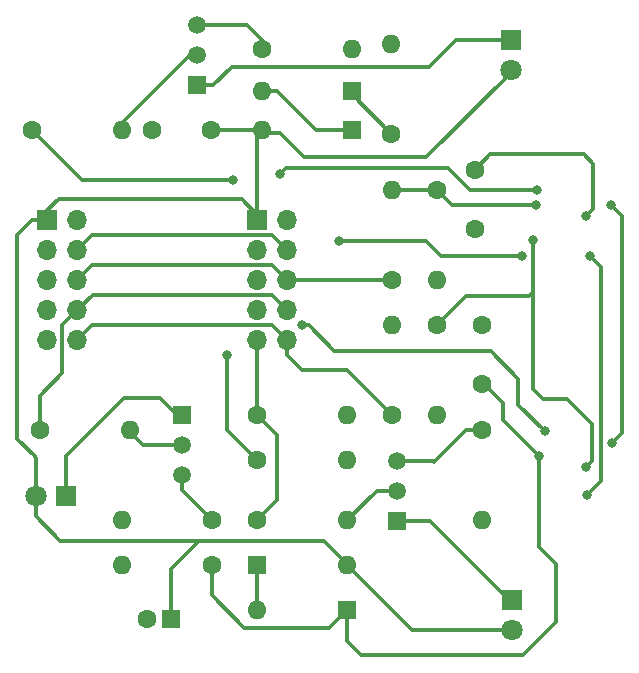
<source format=gbr>
%TF.GenerationSoftware,KiCad,Pcbnew,(6.0.2)*%
%TF.CreationDate,2022-06-24T04:05:14-05:00*%
%TF.ProjectId,ExtCard,45787443-6172-4642-9e6b-696361645f70,rev?*%
%TF.SameCoordinates,Original*%
%TF.FileFunction,Copper,L2,Bot*%
%TF.FilePolarity,Positive*%
%FSLAX46Y46*%
G04 Gerber Fmt 4.6, Leading zero omitted, Abs format (unit mm)*
G04 Created by KiCad (PCBNEW (6.0.2)) date 2022-06-24 04:05:14*
%MOMM*%
%LPD*%
G01*
G04 APERTURE LIST*
%TA.AperFunction,ComponentPad*%
%ADD10R,1.600000X1.600000*%
%TD*%
%TA.AperFunction,ComponentPad*%
%ADD11O,1.600000X1.600000*%
%TD*%
%TA.AperFunction,ComponentPad*%
%ADD12C,1.600000*%
%TD*%
%TA.AperFunction,ComponentPad*%
%ADD13R,1.500000X1.500000*%
%TD*%
%TA.AperFunction,ComponentPad*%
%ADD14C,1.500000*%
%TD*%
%TA.AperFunction,ComponentPad*%
%ADD15C,1.800000*%
%TD*%
%TA.AperFunction,ComponentPad*%
%ADD16R,1.800000X1.800000*%
%TD*%
%TA.AperFunction,ComponentPad*%
%ADD17R,1.700000X1.700000*%
%TD*%
%TA.AperFunction,ComponentPad*%
%ADD18O,1.700000X1.700000*%
%TD*%
%TA.AperFunction,ViaPad*%
%ADD19C,0.800000*%
%TD*%
%TA.AperFunction,Conductor*%
%ADD20C,0.350000*%
%TD*%
G04 APERTURE END LIST*
D10*
%TO.P,D6,1,K*%
%TO.N,Net-(D4-Pad2)*%
X89570000Y-132770000D03*
D11*
%TO.P,D6,2,A*%
%TO.N,+5V*%
X97190000Y-132770000D03*
%TD*%
D12*
%TO.P,R2,1*%
%TO.N,CS*%
X89570000Y-128960000D03*
D11*
%TO.P,R2,2*%
%TO.N,Net-(Q1-Pad2)*%
X97190000Y-128960000D03*
%TD*%
D12*
%TO.P,R21,1*%
%TO.N,SCK*%
X101000000Y-120070000D03*
D11*
%TO.P,R21,2*%
%TO.N,Net-(R21-Pad2)*%
X101000000Y-112450000D03*
%TD*%
D10*
%TO.P,D9,1,K*%
%TO.N,Net-(D8-Pad2)*%
X97580000Y-95896000D03*
D11*
%TO.P,D9,2,A*%
%TO.N,+5V*%
X89960000Y-95896000D03*
%TD*%
D13*
%TO.P,Q2,1,E*%
%TO.N,Net-(Q2-Pad1)*%
X83220000Y-120070000D03*
D14*
%TO.P,Q2,2,B*%
%TO.N,Net-(Q2-Pad2)*%
X83220000Y-122610000D03*
%TO.P,Q2,3,C*%
%TO.N,Net-(Q2-Pad3)*%
X83220000Y-125150000D03*
%TD*%
D10*
%TO.P,D4,1,K*%
%TO.N,Net-(C6-Pad2)*%
X97190000Y-136580000D03*
D11*
%TO.P,D4,2,A*%
%TO.N,Net-(D4-Pad2)*%
X89570000Y-136580000D03*
%TD*%
D12*
%TO.P,R31,1*%
%TO.N,Net-(C6-Pad2)*%
X85760000Y-132770000D03*
D11*
%TO.P,R31,2*%
%TO.N,GND*%
X78140000Y-132770000D03*
%TD*%
D15*
%TO.P,D5,2,A*%
%TO.N,+5V*%
X111020000Y-90830000D03*
D16*
%TO.P,D5,1,K*%
%TO.N,Net-(D5-Pad1)*%
X111020000Y-88290000D03*
%TD*%
D10*
%TO.P,C17,1*%
%TO.N,+5V*%
X82225112Y-137310000D03*
D12*
%TO.P,C17,2*%
%TO.N,GND*%
X80225112Y-137310000D03*
%TD*%
D13*
%TO.P,Q1,1,E*%
%TO.N,Net-(Q1-Pad1)*%
X101420000Y-129010000D03*
D14*
%TO.P,Q1,2,B*%
%TO.N,Net-(Q1-Pad2)*%
X101420000Y-126470000D03*
%TO.P,Q1,3,C*%
%TO.N,Net-(Q1-Pad3)*%
X101420000Y-123930000D03*
%TD*%
D17*
%TO.P,J3,1,Pin_1*%
%TO.N,+5V*%
X89570000Y-103560000D03*
D18*
%TO.P,J3,2,Pin_2*%
%TO.N,unconnected-(J3-Pad2)*%
X92110000Y-103560000D03*
%TO.P,J3,3,Pin_3*%
%TO.N,GND*%
X89570000Y-106100000D03*
%TO.P,J3,4,Pin_4*%
%TO.N,MISO*%
X92110000Y-106100000D03*
%TO.P,J3,5,Pin_5*%
%TO.N,unconnected-(J3-Pad5)*%
X89570000Y-108640000D03*
%TO.P,J3,6,Pin_6*%
%TO.N,MOSI*%
X92110000Y-108640000D03*
%TO.P,J3,7,Pin_7*%
%TO.N,CS2*%
X89570000Y-111180000D03*
%TO.P,J3,8,Pin_8*%
%TO.N,CS3*%
X92110000Y-111180000D03*
%TO.P,J3,9,Pin_9*%
%TO.N,CS*%
X89570000Y-113720000D03*
%TO.P,J3,10,Pin_10*%
%TO.N,SCK*%
X92110000Y-113720000D03*
%TD*%
D12*
%TO.P,R25,1*%
%TO.N,Net-(R24-Pad2)*%
X104810000Y-101020000D03*
D11*
%TO.P,R25,2*%
%TO.N,GND*%
X104810000Y-108640000D03*
%TD*%
D12*
%TO.P,R1,1*%
%TO.N,CS*%
X89570000Y-120070000D03*
D11*
%TO.P,R1,2*%
%TO.N,GND*%
X97190000Y-120070000D03*
%TD*%
D13*
%TO.P,Q3,1,E*%
%TO.N,Net-(D5-Pad1)*%
X84490000Y-92130000D03*
D14*
%TO.P,Q3,2,B*%
%TO.N,Net-(Q3-Pad2)*%
X84490000Y-89590000D03*
%TO.P,Q3,3,C*%
%TO.N,Net-(Q3-Pad3)*%
X84490000Y-87050000D03*
%TD*%
D12*
%TO.P,C7,1*%
%TO.N,GND*%
X108010000Y-104290000D03*
%TO.P,C7,2*%
%TO.N,Net-(C7-Pad2)*%
X108010000Y-99290000D03*
%TD*%
%TO.P,R5,1*%
%TO.N,CS2*%
X70520000Y-95940000D03*
D11*
%TO.P,R5,2*%
%TO.N,Net-(Q3-Pad2)*%
X78140000Y-95940000D03*
%TD*%
D12*
%TO.P,R32,1*%
%TO.N,Net-(Q1-Pad3)*%
X108620000Y-121340000D03*
D11*
%TO.P,R32,2*%
%TO.N,GND*%
X108620000Y-128960000D03*
%TD*%
D17*
%TO.P,J1,1,Pin_1*%
%TO.N,+5V*%
X71790000Y-103560000D03*
D18*
%TO.P,J1,2,Pin_2*%
%TO.N,unconnected-(J1-Pad2)*%
X74330000Y-103560000D03*
%TO.P,J1,3,Pin_3*%
%TO.N,GND*%
X71790000Y-106100000D03*
%TO.P,J1,4,Pin_4*%
%TO.N,MISO*%
X74330000Y-106100000D03*
%TO.P,J1,5,Pin_5*%
%TO.N,unconnected-(J1-Pad5)*%
X71790000Y-108640000D03*
%TO.P,J1,6,Pin_6*%
%TO.N,MOSI*%
X74330000Y-108640000D03*
%TO.P,J1,7,Pin_7*%
%TO.N,unconnected-(J1-Pad7)*%
X71790000Y-111180000D03*
%TO.P,J1,8,Pin_8*%
%TO.N,CS3*%
X74330000Y-111180000D03*
%TO.P,J1,9,Pin_9*%
%TO.N,unconnected-(J1-Pad9)*%
X71790000Y-113720000D03*
%TO.P,J1,10,Pin_10*%
%TO.N,SCK*%
X74330000Y-113720000D03*
%TD*%
D12*
%TO.P,R22,1*%
%TO.N,Net-(R21-Pad2)*%
X104810000Y-112450000D03*
D11*
%TO.P,R22,2*%
%TO.N,GND*%
X104810000Y-120070000D03*
%TD*%
D12*
%TO.P,R3,1*%
%TO.N,CS3*%
X71180000Y-121330000D03*
D11*
%TO.P,R3,2*%
%TO.N,Net-(Q2-Pad2)*%
X78800000Y-121330000D03*
%TD*%
D12*
%TO.P,R4,1*%
%TO.N,CS2*%
X89570000Y-123880000D03*
D11*
%TO.P,R4,2*%
%TO.N,GND*%
X97190000Y-123880000D03*
%TD*%
D12*
%TO.P,R23,1*%
%TO.N,Net-(Q2-Pad3)*%
X85760000Y-128960000D03*
D11*
%TO.P,R23,2*%
%TO.N,GND*%
X78140000Y-128960000D03*
%TD*%
D12*
%TO.P,R24,1*%
%TO.N,MOSI*%
X101000000Y-108640000D03*
D11*
%TO.P,R24,2*%
%TO.N,Net-(R24-Pad2)*%
X101000000Y-101020000D03*
%TD*%
D16*
%TO.P,D7,1,K*%
%TO.N,Net-(Q1-Pad1)*%
X111160000Y-135720000D03*
D15*
%TO.P,D7,2,A*%
%TO.N,+5V*%
X111160000Y-138260000D03*
%TD*%
D12*
%TO.P,C6,1*%
%TO.N,GND*%
X108620000Y-112450000D03*
%TO.P,C6,2*%
%TO.N,Net-(C6-Pad2)*%
X108620000Y-117450000D03*
%TD*%
D16*
%TO.P,D3,1,K*%
%TO.N,Net-(Q2-Pad1)*%
X73355000Y-126890000D03*
D15*
%TO.P,D3,2,A*%
%TO.N,+5V*%
X70815000Y-126890000D03*
%TD*%
D12*
%TO.P,C16,1*%
%TO.N,GND*%
X80680000Y-95940000D03*
%TO.P,C16,2*%
%TO.N,+5V*%
X85680000Y-95940000D03*
%TD*%
%TO.P,R30,1*%
%TO.N,Net-(Q3-Pad3)*%
X89960000Y-89038000D03*
D11*
%TO.P,R30,2*%
%TO.N,GND*%
X97580000Y-89038000D03*
%TD*%
D10*
%TO.P,D8,1,K*%
%TO.N,Net-(C7-Pad2)*%
X97580000Y-92594000D03*
D11*
%TO.P,D8,2,A*%
%TO.N,Net-(D8-Pad2)*%
X89960000Y-92594000D03*
%TD*%
D12*
%TO.P,R33,1*%
%TO.N,Net-(C7-Pad2)*%
X100930000Y-96240000D03*
D11*
%TO.P,R33,2*%
%TO.N,GND*%
X100930000Y-88620000D03*
%TD*%
D19*
%TO.N,Net-(C6-Pad2)*%
X113430000Y-123570000D03*
%TO.N,Net-(C7-Pad2)*%
X117440000Y-103230000D03*
%TO.N,MISO*%
X117720000Y-106610000D03*
X117460000Y-126880000D03*
X112020000Y-106580000D03*
X96480000Y-105320000D03*
%TO.N,Net-(R21-Pad2)*%
X117370000Y-124470000D03*
X112920000Y-105210000D03*
%TO.N,Net-(R24-Pad2)*%
X113150000Y-102300000D03*
X119620000Y-122440000D03*
X119480000Y-102260000D03*
%TO.N,CS*%
X113930000Y-121440000D03*
X93350000Y-112480000D03*
%TO.N,CS2*%
X87030000Y-114990000D03*
X113270000Y-101010000D03*
X91490000Y-99650000D03*
X87540000Y-100180000D03*
%TD*%
D20*
%TO.N,+5V*%
X103892000Y-98220000D02*
X111020000Y-91092000D01*
X91484000Y-96150000D02*
X93554000Y-98220000D01*
X93554000Y-98220000D02*
X103892000Y-98220000D01*
X111020000Y-91092000D02*
X111020000Y-90830000D01*
X89960000Y-95896000D02*
X90214000Y-96150000D01*
X90214000Y-96150000D02*
X91484000Y-96150000D01*
%TO.N,Net-(D5-Pad1)*%
X106414000Y-88290000D02*
X111020000Y-88290000D01*
X104142000Y-90562000D02*
X106414000Y-88290000D01*
X87420000Y-90562000D02*
X104142000Y-90562000D01*
X85852000Y-92130000D02*
X87420000Y-90562000D01*
X84490000Y-92130000D02*
X85852000Y-92130000D01*
%TO.N,Net-(C7-Pad2)*%
X118020000Y-102650000D02*
X117440000Y-103230000D01*
X118020000Y-98790000D02*
X118020000Y-102650000D01*
X109300000Y-98000000D02*
X117230000Y-98000000D01*
X108010000Y-99290000D02*
X109300000Y-98000000D01*
X117230000Y-98000000D02*
X118020000Y-98790000D01*
%TO.N,CS2*%
X91990000Y-99150000D02*
X91490000Y-99650000D01*
X107540000Y-101010000D02*
X105680000Y-99150000D01*
X105680000Y-99150000D02*
X91990000Y-99150000D01*
X113270000Y-101010000D02*
X107540000Y-101010000D01*
%TO.N,Net-(R24-Pad2)*%
X104810000Y-101020000D02*
X106090000Y-102300000D01*
X106090000Y-102300000D02*
X113150000Y-102300000D01*
%TO.N,Net-(Q1-Pad1)*%
X110860000Y-135720000D02*
X111160000Y-135720000D01*
X104150000Y-129010000D02*
X110860000Y-135720000D01*
X101420000Y-129010000D02*
X104150000Y-129010000D01*
%TO.N,+5V*%
X102680000Y-138260000D02*
X111160000Y-138260000D01*
X97190000Y-132770000D02*
X102680000Y-138260000D01*
%TO.N,Net-(C6-Pad2)*%
X114840000Y-132670000D02*
X113430000Y-131260000D01*
X114840000Y-137590000D02*
X114840000Y-132670000D01*
X112050000Y-140380000D02*
X114840000Y-137590000D01*
X98350000Y-140380000D02*
X112050000Y-140380000D01*
X97190000Y-139220000D02*
X98350000Y-140380000D01*
X97190000Y-136580000D02*
X97190000Y-139220000D01*
X113430000Y-131260000D02*
X113430000Y-123570000D01*
X110350000Y-119050000D02*
X110350000Y-120490000D01*
X110350000Y-119050000D02*
X108750000Y-117450000D01*
X110350000Y-120490000D02*
X113430000Y-123570000D01*
X97140000Y-136580000D02*
X95660000Y-138060000D01*
X108750000Y-117450000D02*
X108620000Y-117450000D01*
X95660000Y-138060000D02*
X88480000Y-138060000D01*
X85760000Y-135340000D02*
X85760000Y-132770000D01*
X88480000Y-138060000D02*
X85760000Y-135340000D01*
%TO.N,Net-(Q2-Pad2)*%
X81990000Y-122610000D02*
X83220000Y-122610000D01*
X78800000Y-121520000D02*
X79900000Y-122620000D01*
X81980000Y-122620000D02*
X81990000Y-122610000D01*
X78800000Y-121330000D02*
X78800000Y-121520000D01*
X79900000Y-122620000D02*
X81980000Y-122620000D01*
%TO.N,Net-(Q3-Pad2)*%
X78140000Y-95305000D02*
X78140000Y-95940000D01*
X83855000Y-89590000D02*
X78140000Y-95305000D01*
X84490000Y-89590000D02*
X83855000Y-89590000D01*
%TO.N,Net-(Q3-Pad3)*%
X84490000Y-87050000D02*
X84582000Y-87050000D01*
X88690000Y-87006000D02*
X90214000Y-88530000D01*
X90214000Y-88530000D02*
X90214000Y-88784000D01*
X90214000Y-88784000D02*
X89960000Y-89038000D01*
X84582000Y-87050000D02*
X84626000Y-87006000D01*
X84626000Y-87006000D02*
X88690000Y-87006000D01*
%TO.N,Net-(Q2-Pad3)*%
X83220000Y-126420000D02*
X85760000Y-128960000D01*
X83220000Y-125150000D02*
X83220000Y-126420000D01*
%TO.N,Net-(Q2-Pad1)*%
X81300000Y-118610000D02*
X82760000Y-120070000D01*
X73355000Y-123505000D02*
X78250000Y-118610000D01*
X78250000Y-118610000D02*
X81300000Y-118610000D01*
X82760000Y-120070000D02*
X83220000Y-120070000D01*
X73355000Y-126890000D02*
X73355000Y-123505000D01*
%TO.N,Net-(Q1-Pad3)*%
X107200000Y-121340000D02*
X104510000Y-124030000D01*
X108620000Y-121340000D02*
X107200000Y-121340000D01*
X104510000Y-124030000D02*
X104410000Y-123930000D01*
X104410000Y-123930000D02*
X101420000Y-123930000D01*
%TO.N,+5V*%
X70815000Y-123675000D02*
X70815000Y-126890000D01*
X89570000Y-103560000D02*
X89860000Y-103270000D01*
X89570000Y-103560000D02*
X89570000Y-96286000D01*
X88270000Y-101800000D02*
X89570000Y-103100000D01*
X82225112Y-137310000D02*
X82225112Y-133104888D01*
X89570000Y-96286000D02*
X89960000Y-95896000D01*
X69250000Y-104830000D02*
X70520000Y-103560000D01*
X84610000Y-130720000D02*
X95200000Y-130720000D01*
X69250000Y-122080000D02*
X70730000Y-123560000D01*
X70730000Y-123590000D02*
X70815000Y-123675000D01*
X97190000Y-132710000D02*
X95200000Y-130720000D01*
X84610000Y-130720000D02*
X72890000Y-130720000D01*
X69250000Y-122080000D02*
X69250000Y-104830000D01*
X82225112Y-133104888D02*
X84610000Y-130720000D01*
X72890000Y-130720000D02*
X70815000Y-128645000D01*
X70815000Y-128645000D02*
X70815000Y-126890000D01*
X85724000Y-95896000D02*
X85680000Y-95940000D01*
X72740000Y-101800000D02*
X88270000Y-101800000D01*
X71790000Y-102750000D02*
X72740000Y-101800000D01*
X97190000Y-132770000D02*
X97190000Y-132710000D01*
X71790000Y-103560000D02*
X71790000Y-102750000D01*
X70520000Y-103560000D02*
X71790000Y-103560000D01*
X70730000Y-123560000D02*
X70730000Y-123590000D01*
X89960000Y-95896000D02*
X85724000Y-95896000D01*
%TO.N,Net-(C7-Pad2)*%
X97580000Y-92890000D02*
X100930000Y-96240000D01*
X97580000Y-92594000D02*
X97580000Y-92890000D01*
%TO.N,MISO*%
X103870000Y-105350000D02*
X103840000Y-105320000D01*
X118670000Y-107560000D02*
X118670000Y-125630000D01*
X117460000Y-126840000D02*
X117460000Y-126880000D01*
X74330000Y-106100000D02*
X75600000Y-104830000D01*
X112020000Y-106580000D02*
X105100000Y-106580000D01*
X90840000Y-104830000D02*
X92110000Y-106100000D01*
X117720000Y-106610000D02*
X118670000Y-107560000D01*
X118670000Y-125630000D02*
X117460000Y-126840000D01*
X103840000Y-105320000D02*
X96480000Y-105320000D01*
X105100000Y-106580000D02*
X103870000Y-105350000D01*
X75600000Y-104830000D02*
X90840000Y-104830000D01*
%TO.N,SCK*%
X97190000Y-116260000D02*
X93380000Y-116260000D01*
X90850000Y-112460000D02*
X92110000Y-113720000D01*
X92110000Y-114990000D02*
X92110000Y-113720000D01*
X74330000Y-113720000D02*
X75590000Y-112460000D01*
X93380000Y-116260000D02*
X92110000Y-114990000D01*
X75590000Y-112460000D02*
X90850000Y-112460000D01*
X101000000Y-120070000D02*
X97190000Y-116260000D01*
%TO.N,MOSI*%
X75600000Y-107370000D02*
X90840000Y-107370000D01*
X74330000Y-108640000D02*
X75600000Y-107370000D01*
X92110000Y-108640000D02*
X101000000Y-108640000D01*
X90840000Y-107370000D02*
X92110000Y-108640000D01*
%TO.N,CS3*%
X73060000Y-112450000D02*
X74330000Y-111180000D01*
X74330000Y-111180000D02*
X75620000Y-109890000D01*
X73060000Y-116550000D02*
X73060000Y-112450000D01*
X75620000Y-109890000D02*
X90820000Y-109890000D01*
X71180000Y-118430000D02*
X73060000Y-116550000D01*
X71180000Y-121330000D02*
X71180000Y-118430000D01*
X90820000Y-109890000D02*
X92110000Y-111180000D01*
%TO.N,Net-(D4-Pad2)*%
X89570000Y-132770000D02*
X89570000Y-136580000D01*
%TO.N,Net-(Q1-Pad2)*%
X99680000Y-126470000D02*
X97190000Y-128960000D01*
X101420000Y-126470000D02*
X99680000Y-126470000D01*
%TO.N,Net-(R21-Pad2)*%
X112920000Y-105210000D02*
X112930000Y-105220000D01*
X112930000Y-117900000D02*
X113770000Y-118740000D01*
X107240000Y-110020000D02*
X112610000Y-110020000D01*
X117880000Y-123960000D02*
X117370000Y-124470000D01*
X104810000Y-112450000D02*
X107240000Y-110020000D01*
X112930000Y-105220000D02*
X112930000Y-117900000D01*
X115770000Y-118740000D02*
X117880000Y-120850000D01*
X112610000Y-110020000D02*
X112930000Y-109700000D01*
X113770000Y-118740000D02*
X115770000Y-118740000D01*
X117880000Y-120850000D02*
X117880000Y-123960000D01*
%TO.N,Net-(R24-Pad2)*%
X101000000Y-101020000D02*
X104810000Y-101020000D01*
X120460000Y-121600000D02*
X120460000Y-103240000D01*
X120460000Y-103240000D02*
X119480000Y-102260000D01*
X119620000Y-122440000D02*
X120460000Y-121600000D01*
%TO.N,CS*%
X111680000Y-116980000D02*
X111680000Y-119190000D01*
X89570000Y-120070000D02*
X89570000Y-113720000D01*
X89570000Y-128960000D02*
X91250000Y-127280000D01*
X91250000Y-127280000D02*
X91250000Y-121750000D01*
X93350000Y-112480000D02*
X93910000Y-112480000D01*
X111680000Y-119190000D02*
X113930000Y-121440000D01*
X109370000Y-114670000D02*
X111680000Y-116980000D01*
X91250000Y-121750000D02*
X89570000Y-120070000D01*
X93910000Y-112480000D02*
X96100000Y-114670000D01*
X96100000Y-114670000D02*
X109370000Y-114670000D01*
%TO.N,CS2*%
X87030000Y-121340000D02*
X87030000Y-114990000D01*
X89570000Y-123880000D02*
X87030000Y-121340000D01*
X87540000Y-100180000D02*
X87520000Y-100160000D01*
X74740000Y-100160000D02*
X70520000Y-95940000D01*
X87520000Y-100160000D02*
X74740000Y-100160000D01*
%TO.N,Net-(D8-Pad2)*%
X91230000Y-92594000D02*
X94532000Y-95896000D01*
X94532000Y-95896000D02*
X97580000Y-95896000D01*
X89960000Y-92594000D02*
X91230000Y-92594000D01*
%TD*%
M02*

</source>
